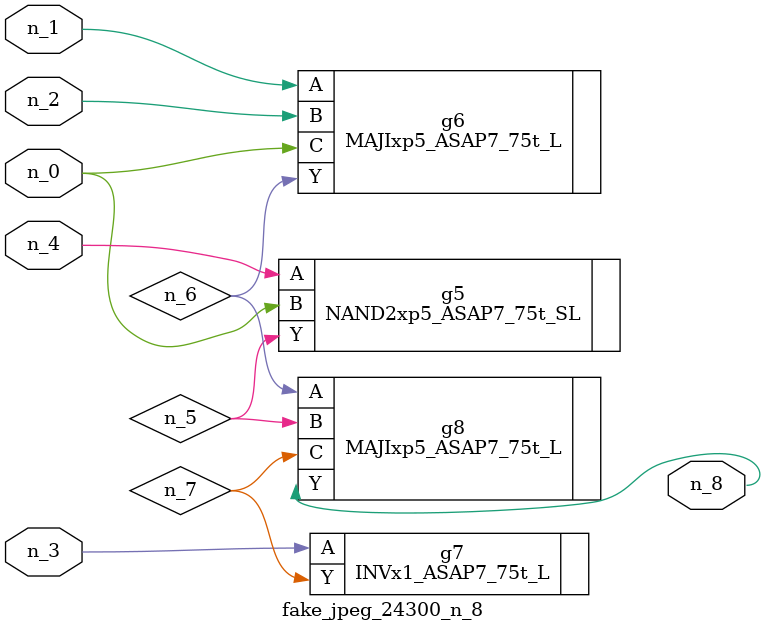
<source format=v>
module fake_jpeg_24300_n_8 (n_3, n_2, n_1, n_0, n_4, n_8);

input n_3;
input n_2;
input n_1;
input n_0;
input n_4;

output n_8;

wire n_6;
wire n_5;
wire n_7;

NAND2xp5_ASAP7_75t_SL g5 ( 
.A(n_4),
.B(n_0),
.Y(n_5)
);

MAJIxp5_ASAP7_75t_L g6 ( 
.A(n_1),
.B(n_2),
.C(n_0),
.Y(n_6)
);

INVx1_ASAP7_75t_L g7 ( 
.A(n_3),
.Y(n_7)
);

MAJIxp5_ASAP7_75t_L g8 ( 
.A(n_6),
.B(n_5),
.C(n_7),
.Y(n_8)
);


endmodule
</source>
